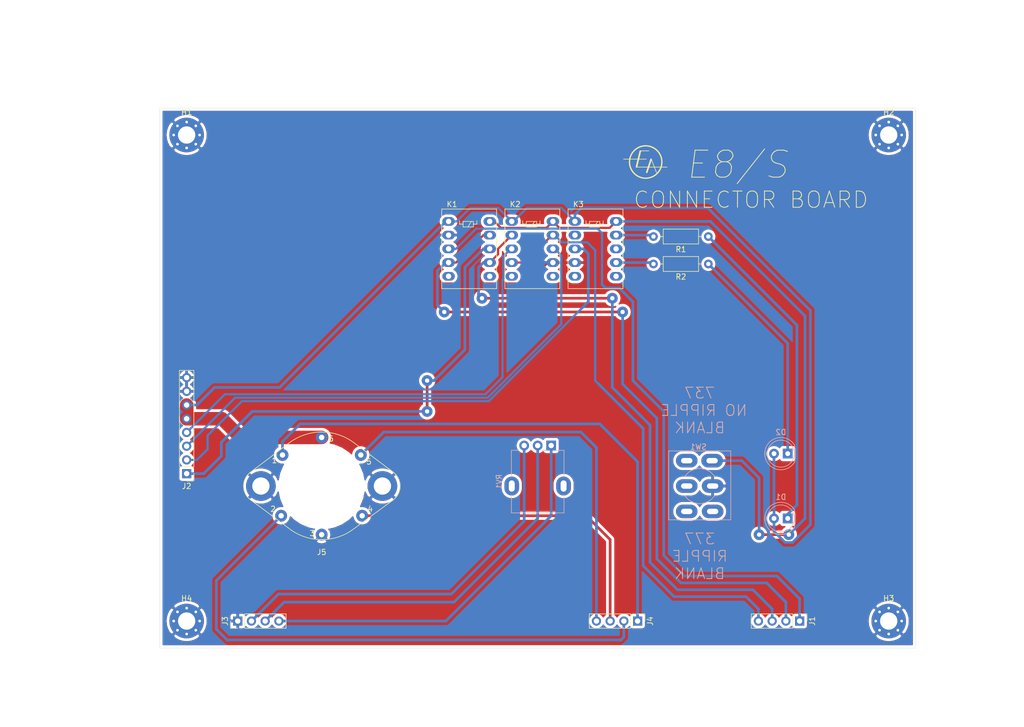
<source format=kicad_pcb>
(kicad_pcb (version 20211014) (generator pcbnew)
  (layers (0 "F.Cu" signal) (31 "B.Cu" signal) (34 "B.Paste" user) (35 "F.Paste" user) (36 "B.SilkS" user "B.Silkscreen") (37 "F.SilkS" user "F.Silkscreen") (38 "B.Mask" user) (39 "F.Mask" user) (44 "Edge.Cuts" user))
  (net 0 "")
  (net 1 "+5V")
  (net 2 "Net-(D1-Pad1)")
  (net 3 "Net-(D2-Pad1)")
  (net 4 "OH")
  (net 5 "OG")
  (net 6 "OF")
  (net 7 "A2B")
  (net 8 "GND")
  (net 9 "A1C")
  (net 10 "A2C")
  (net 11 "~{RBI}")
  (net 12 "A0C")
  (net 13 "Net-(J3-Pad3)")
  (net 14 "Net-(J3-Pad2)")
  (net 15 "~{FLAG_RESET}")
  (net 16 "~{FLAG}")
  (net 17 "~{DATA}")
  (net 18 "~{CLOCK}")
  (net 19 "Net-(K3-Pad9)")
  (net 20 "Net-(SW1-Pad1)")
  (net 21 "Net-(J3-Pad4)")
  (net 22 "Net-(K1-Pad10)")
  (net 23 "Net-(K3-Pad7)")
  (net 24 "Net-(K3-Pad2)")
  (footprint "Connector_PinHeader_2.54mm:PinHeader_1x04_P2.54mm_Vertical" (layer "F.Cu") (at 178.5 135 -90)
    (fp_text reference "J1" (at 0 -2.33 90) (layer "F.SilkS"))
    (fp_text value "Conn_01x04_Male")
    (fp_line (start 1.33 1.27) (end 1.33 8.95) (layer "F.SilkS") (width 0.12))
    (fp_line (start -1.33 1.27) (end 1.33 1.27) (layer "F.SilkS") (width 0.12))
    (fp_line (start -1.33 8.95) (end 1.33 8.95) (layer "F.SilkS") (width 0.12))
    (fp_line (start -1.33 0) (end -1.33 -1.33) (layer "F.SilkS") (width 0.12))
    (fp_line (start -1.33 -1.33) (end 0 -1.33) (layer "F.SilkS") (width 0.12))
    (fp_line (start -1.33 1.27) (end -1.33 8.95) (layer "F.SilkS") (width 0.12))
    (pad "1" thru_hole rect locked (at 0 0 270) (size 1.7 1.7) (drill 1) (layers *.Cu *.Mask) (net 7 "A2B"))
    (pad "2" thru_hole oval locked (at 0 2.54 270) (size 1.7 1.7) (drill 1) (layers *.Cu *.Mask) (net 6 "OF"))
    (pad "3" thru_hole oval locked (at 0 5.08 270) (size 1.7 1.7) (drill 1) (layers *.Cu *.Mask) (net 5 "OG"))
    (pad "4" thru_hole oval locked (at 0 7.62 270) (size 1.7 1.7) (drill 1) (layers *.Cu *.Mask) (net 4 "OH"))
  )
  (footprint "Connector_PinHeader_2.54mm:PinHeader_1x08_P2.54mm_Vertical" (layer "F.Cu") (at 65 107.7 180)
    (fp_text reference "J2" (at 0 -2.33) (layer "F.SilkS"))
    (fp_text value "Conn_01x08_Male")
    (fp_line (start -1.33 1.27) (end 1.33 1.27) (layer "F.SilkS") (width 0.12))
    (fp_line (start 1.33 1.27) (end 1.33 19.11) (layer "F.SilkS") (width 0.12))
    (fp_line (start -1.33 1.27) (end -1.33 19.11) (layer "F.SilkS") (width 0.12))
    (fp_line (start -1.33 -1.33) (end 0 -1.33) (layer "F.SilkS") (width 0.12))
    (fp_line (start -1.33 19.11) (end 1.33 19.11) (layer "F.SilkS") (width 0.12))
    (fp_line (start -1.33 0) (end -1.33 -1.33) (layer "F.SilkS") (width 0.12))
    (pad "1" thru_hole rect locked (at 0 0 180) (size 1.7 1.7) (drill 1) (layers *.Cu *.Mask) (net 12 "A0C"))
    (pad "2" thru_hole oval locked (at 0 2.54 180) (size 1.7 1.7) (drill 1) (layers *.Cu *.Mask) (net 11 "~{RBI}"))
    (pad "3" thru_hole oval locked (at 0 5.08 180) (size 1.7 1.7) (drill 1) (layers *.Cu *.Mask) (net 10 "A2C"))
    (pad "4" thru_hole oval locked (at 0 7.62 180) (size 1.7 1.7) (drill 1) (layers *.Cu *.Mask) (net 9 "A1C"))
    (pad "5" thru_hole oval locked (at 0 10.16 180) (size 1.7 1.7) (drill 1) (layers *.Cu *.Mask) (net 1 "+5V"))
    (pad "6" thru_hole oval locked (at 0 12.7 180) (size 1.7 1.7) (drill 1) (layers *.Cu *.Mask) (net 1 "+5V"))
    (pad "7" thru_hole oval locked (at 0 15.24 180) (size 1.7 1.7) (drill 1) (layers *.Cu *.Mask) (net 8 "GND"))
    (pad "8" thru_hole oval locked (at 0 17.78 180) (size 1.7 1.7) (drill 1) (layers *.Cu *.Mask) (net 8 "GND"))
  )
  (footprint "Connector_PinHeader_2.54mm:PinHeader_1x04_P2.54mm_Vertical" (layer "F.Cu") (at 74.46 135 90)
    (fp_text reference "J3" (at 0 -2.33 90) (layer "F.SilkS"))
    (fp_text value "Conn_01x04_Male")
    (fp_line (start -1.33 1.27) (end -1.33 8.95) (layer "F.SilkS") (width 0.12))
    (fp_line (start 1.33 1.27) (end 1.33 8.95) (layer "F.SilkS") (width 0.12))
    (fp_line (start -1.33 -1.33) (end 0 -1.33) (layer "F.SilkS") (width 0.12))
    (fp_line (start -1.33 8.95) (end 1.33 8.95) (layer "F.SilkS") (width 0.12))
    (fp_line (start -1.33 1.27) (end 1.33 1.27) (layer "F.SilkS") (width 0.12))
    (fp_line (start -1.33 0) (end -1.33 -1.33) (layer "F.SilkS") (width 0.12))
    (pad "1" thru_hole rect locked (at 0 0 90) (size 1.7 1.7) (drill 1) (layers *.Cu *.Mask) (net 8 "GND"))
    (pad "2" thru_hole oval locked (at 0 2.54 90) (size 1.7 1.7) (drill 1) (layers *.Cu *.Mask) (net 14 "Net-(J3-Pad2)"))
    (pad "3" thru_hole oval locked (at 0 5.08 90) (size 1.7 1.7) (drill 1) (layers *.Cu *.Mask) (net 13 "Net-(J3-Pad3)"))
    (pad "4" thru_hole oval locked (at 0 7.62 90) (size 1.7 1.7) (drill 1) (layers *.Cu *.Mask) (net 21 "Net-(J3-Pad4)"))
  )
  (footprint "Connector_PinHeader_2.54mm:PinHeader_1x04_P2.54mm_Vertical" (layer "F.Cu") (at 148.5 135 -90)
    (fp_text reference "J4" (at 0 -2.33 90) (layer "F.SilkS"))
    (fp_text value "Conn_01x04_Male")
    (fp_line (start -1.33 8.95) (end 1.33 8.95) (layer "F.SilkS") (width 0.12))
    (fp_line (start -1.33 1.27) (end -1.33 8.95) (layer "F.SilkS") (width 0.12))
    (fp_line (start -1.33 0) (end -1.33 -1.33) (layer "F.SilkS") (width 0.12))
    (fp_line (start -1.33 1.27) (end 1.33 1.27) (layer "F.SilkS") (width 0.12))
    (fp_line (start -1.33 -1.33) (end 0 -1.33) (layer "F.SilkS") (width 0.12))
    (fp_line (start 1.33 1.27) (end 1.33 8.95) (layer "F.SilkS") (width 0.12))
    (pad "1" thru_hole rect locked (at 0 0 270) (size 1.7 1.7) (drill 1) (layers *.Cu *.Mask) (net 18 "~{CLOCK}"))
    (pad "2" thru_hole oval locked (at 0 2.54 270) (size 1.7 1.7) (drill 1) (layers *.Cu *.Mask) (net 17 "~{DATA}"))
    (pad "3" thru_hole oval locked (at 0 5.08 270) (size 1.7 1.7) (drill 1) (layers *.Cu *.Mask) (net 16 "~{FLAG}"))
    (pad "4" thru_hole oval locked (at 0 7.62 270) (size 1.7 1.7) (drill 1) (layers *.Cu *.Mask) (net 15 "~{FLAG_RESET}"))
  )
  (footprint "Resistor_THT:R_Axial_DIN0207_L6.3mm_D2.5mm_P10.16mm_Horizontal" (layer "F.Cu") (at 161.6 63.8 180)
    (fp_text reference "R1" (at 5.08 -2.37) (layer "F.SilkS"))
    (fp_text value "R")
    (fp_line (start 1.81 -1.37) (end 1.81 1.37) (layer "F.SilkS") (width 0.12))
    (fp_line (start 9.12 0) (end 8.35 0) (layer "F.SilkS") (width 0.12))
    (fp_line (start 8.35 1.37) (end 8.35 -1.37) (layer "F.SilkS") (width 0.12))
    (fp_line (start 1.81 1.37) (end 8.35 1.37) (layer "F.SilkS") (width 0.12))
    (fp_line (start 1.04 0) (end 1.81 0) (layer "F.SilkS") (width 0.12))
    (fp_line (start 8.35 -1.37) (end 1.81 -1.37) (layer "F.SilkS") (width 0.12))
    (pad "1" thru_hole circle locked (at 0 0 180) (size 1.6 1.6) (drill 0.8) (layers *.Cu *.Mask) (net 2 "Net-(D1-Pad1)"))
    (pad "2" thru_hole oval locked (at 10.16 0 180) (size 1.6 1.6) (drill 0.8) (layers *.Cu *.Mask) (net 19 "Net-(K3-Pad9)"))
  )
  (footprint "Resistor_THT:R_Axial_DIN0207_L6.3mm_D2.5mm_P10.16mm_Horizontal" (layer "F.Cu") (at 161.6 68.88 180)
    (fp_text reference "R2" (at 5.08 -2.37) (layer "F.SilkS"))
    (fp_text value "R")
    (fp_line (start 8.35 1.37) (end 8.35 -1.37) (layer "F.SilkS") (width 0.12))
    (fp_line (start 1.04 0) (end 1.81 0) (layer "F.SilkS") (width 0.12))
    (fp_line (start 9.12 0) (end 8.35 0) (layer "F.SilkS") (width 0.12))
    (fp_line (start 1.81 -1.37) (end 1.81 1.37) (layer "F.SilkS") (width 0.12))
    (fp_line (start 1.81 1.37) (end 8.35 1.37) (layer "F.SilkS") (width 0.12))
    (fp_line (start 8.35 -1.37) (end 1.81 -1.37) (layer "F.SilkS") (width 0.12))
    (pad "1" thru_hole circle locked (at 0 0 180) (size 1.6 1.6) (drill 0.8) (layers *.Cu *.Mask) (net 3 "Net-(D2-Pad1)"))
    (pad "2" thru_hole oval locked (at 10.16 0 180) (size 1.6 1.6) (drill 0.8) (layers *.Cu *.Mask) (net 23 "Net-(K3-Pad7)"))
  )
  (footprint "Relay_THT:Relay_DPDT_FRT5" (layer "F.Cu") (at 113.5 61)
    (fp_text reference "K1" (at 0.635 -3.175) (layer "F.SilkS"))
    (fp_text value "FRT5")
    (fp_line (start 4.216 0) (end 3.581 1.016) (layer "F.SilkS") (width 0.12))
    (fp_line (start 2.032 -0.127) (end 2.032 0.508) (layer "F.SilkS") (width 0.12))
    (fp_line (start 8.89 -2.286) (end 8.89 12.446) (layer "F.SilkS") (width 0.12))
    (fp_line (start 8.89 12.446) (end -1.27 12.446) (layer "F.SilkS") (width 0.12))
    (fp_line (start 4.597 0) (end 4.597 1.016) (layer "F.SilkS") (width 0.12))
    (fp_line (start -1.27 -2.286) (end 8.89 -2.286) (layer "F.SilkS") (width 0.12))
    (fp_line (start 2.692 0) (end 2.692 1.016) (layer "F.SilkS") (width 0.12))
    (fp_line (start 5.232 0.508) (end 4.597 0.508) (layer "F.SilkS") (width 0.12))
    (fp_line (start 2.692 1.016) (end 4.597 1.016) (layer "F.SilkS") (width 0.12))
    (fp_line (start -1.27 12.446) (end -1.27 -2.286) (layer "F.SilkS") (width 0.12))
    (fp_line (start 2.032 0.508) (end 2.692 0.508) (layer "F.SilkS") (width 0.12))
    (fp_line (start 4.597 0) (end 2.692 0) (layer "F.SilkS") (width 0.12))
    (fp_line (start 5.232 -0.127) (end 5.232 0.508) (layer "F.SilkS") (width 0.12))
    (pad "1" thru_hole oval locked (at 0 0) (size 2.3 1.6) (drill 1) (layers *.Cu *.Mask) (net 1 "+5V"))
    (pad "2" thru_hole oval locked (at 0 2.54) (size 2.3 1.6) (drill 1) (layers *.Cu *.Mask) (net 8 "GND"))
    (pad "3" thru_hole oval locked (at 0 5.08) (size 2.3 1.6) (drill 1) (layers *.Cu *.Mask) (net 7 "A2B"))
    (pad "4" thru_hole oval locked (at 0 7.62) (size 2.3 1.6) (drill 1) (layers *.Cu *.Mask) (net 6 "OF"))
    (pad "5" thru_hole oval locked (at 0 10.16) (size 2.3 1.6) (drill 1) (layers *.Cu *.Mask))
    (pad "6" thru_hole oval locked (at 7.62 10.16) (size 2.3 1.6) (drill 1) (layers *.Cu *.Mask))
    (pad "7" thru_hole oval locked (at 7.62 7.62) (size 2.3 1.6) (drill 1) (layers *.Cu *.Mask) (net 5 "OG"))
    (pad "8" thru_hole oval locked (at 7.62 5.08) (size 2.3 1.6) (drill 1) (layers *.Cu *.Mask) (net 12 "A0C"))
    (pad "9" thru_hole oval locked (at 7.62 2.54) (size 2.3 1.6) (drill 1) (layers *.Cu *.Mask) (net 6 "OF"))
    (pad "10" thru_hole oval locked (at 7.62 0) (size 2.3 1.6) (drill 1) (layers *.Cu *.Mask) (net 22 "Net-(K1-Pad10)"))
  )
  (footprint "Relay_THT:Relay_DPDT_FRT5" (layer "F.Cu") (at 125.2 61)
    (fp_text reference "K2" (at 0.635 -3.175) (layer "F.SilkS"))
    (fp_text value "FRT5")
    (fp_line (start 2.032 -0.127) (end 2.032 0.508) (layer "F.SilkS") (width 0.12))
    (fp_line (start -1.27 -2.286) (end 8.89 -2.286) (layer "F.SilkS") (width 0.12))
    (fp_line (start 8.89 12.446) (end -1.27 12.446) (layer "F.SilkS") (width 0.12))
    (fp_line (start -1.27 12.446) (end -1.27 -2.286) (layer "F.SilkS") (width 0.12))
    (fp_line (start 5.232 -0.127) (end 5.232 0.508) (layer "F.SilkS") (width 0.12))
    (fp_line (start 4.597 0) (end 2.692 0) (layer "F.SilkS") (width 0.12))
    (fp_line (start 2.692 1.016) (end 4.597 1.016) (layer "F.SilkS") (width 0.12))
    (fp_line (start 4.597 0) (end 4.597 1.016) (layer "F.SilkS") (width 0.12))
    (fp_line (start 2.032 0.508) (end 2.692 0.508) (layer "F.SilkS") (width 0.12))
    (fp_line (start 4.216 0) (end 3.581 1.016) (layer "F.SilkS") (width 0.12))
    (fp_line (start 8.89 -2.286) (end 8.89 12.446) (layer "F.SilkS") (width 0.12))
    (fp_line (start 5.232 0.508) (end 4.597 0.508) (layer "F.SilkS") (width 0.12))
    (fp_line (start 2.692 0) (end 2.692 1.016) (layer "F.SilkS") (width 0.12))
    (pad "1" thru_hole oval locked (at 0 0) (size 2.3 1.6) (drill 1) (layers *.Cu *.Mask) (net 1 "+5V"))
    (pad "2" thru_hole oval locked (at 0 2.54) (size 2.3 1.6) (drill 1) (layers *.Cu *.Mask) (net 5 "OG"))
    (pad "3" thru_hole oval locked (at 0 5.08) (size 2.3 1.6) (drill 1) (layers *.Cu *.Mask) (net 9 "A1C"))
    (pad "4" thru_hole oval locked (at 0 7.62) (size 2.3 1.6) (drill 1) (layers *.Cu *.Mask) (net 4 "OH"))
    (pad "5" thru_hole oval locked (at 0 10.16) (size 2.3 1.6) (drill 1) (layers *.Cu *.Mask))
    (pad "6" thru_hole oval locked (at 7.62 10.16) (size 2.3 1.6) (drill 1) (layers *.Cu *.Mask))
    (pad "7" thru_hole oval locked (at 7.62 7.62) (size 2.3 1.6) (drill 1) (layers *.Cu *.Mask) (net 8 "GND"))
    (pad "8" thru_hole oval locked (at 7.62 5.08) (size 2.3 1.6) (drill 1) (layers *.Cu *.Mask) (net 10 "A2C"))
    (pad "9" thru_hole oval locked (at 7.62 2.54) (size 2.3 1.6) (drill 1) (layers *.Cu *.Mask) (net 4 "OH"))
    (pad "10" thru_hole oval locked (at 7.62 0) (size 2.3 1.6) (drill 1) (layers *.Cu *.Mask) (net 22 "Net-(K1-Pad10)"))
  )
  (footprint "Relay_THT:Relay_DPDT_FRT5" (layer "F.Cu") (at 136.9 61)
    (fp_text reference "K3" (at 0.635 -3.175) (layer "F.SilkS"))
    (fp_text value "FRT5")
    (fp_line (start -1.27 -2.286) (end 8.89 -2.286) (layer "F.SilkS") (width 0.12))
    (fp_line (start 5.232 -0.127) (end 5.232 0.508) (layer "F.SilkS") (width 0.12))
    (fp_line (start 5.232 0.508) (end 4.597 0.508) (layer "F.SilkS") (width 0.12))
    (fp_line (start 2.692 1.016) (end 4.597 1.016) (layer "F.SilkS") (width 0.12))
    (fp_line (start 8.89 -2.286) (end 8.89 12.446) (layer "F.SilkS") (width 0.12))
    (fp_line (start -1.27 12.446) (end -1.27 -2.286) (layer "F.SilkS") (width 0.12))
    (fp_line (start 4.597 0) (end 2.692 0) (layer "F.SilkS") (width 0.12))
    (fp_line (start 2.032 -0.127) (end 2.032 0.508) (layer "F.SilkS") (width 0.12))
    (fp_line (start 4.597 0) (end 4.597 1.016) (layer "F.SilkS") (width 0.12))
    (fp_line (start 8.89 12.446) (end -1.27 12.446) (layer "F.SilkS") (width 0.12))
    (fp_line (start 2.032 0.508) (end 2.692 0.508) (layer "F.SilkS") (width 0.12))
    (fp_line (start 4.216 0) (end 3.581 1.016) (layer "F.SilkS") (width 0.12))
    (fp_line (start 2.692 0) (end 2.692 1.016) (layer "F.SilkS") (width 0.12))
    (pad "1" thru_hole oval locked (at 0 0) (size 2.3 1.6) (drill 1) (layers *.Cu *.Mask) (net 1 "+5V"))
    (pad "2" thru_hole oval locked (at 0 2.54) (size 2.3 1.6) (drill 1) (layers *.Cu *.Mask) (net 24 "Net-(K3-Pad2)"))
    (pad "3" thru_hole oval locked (at 0 5.08) (size 2.3 1.6) (drill 1) (layers *.Cu *.Mask) (net 11 "~{RBI}"))
    (pad "4" thru_hole oval locked (at 0 7.62) (size 2.3 1.6) (drill 1) (layers *.Cu *.Mask) (net 8 "GND"))
    (pad "5" thru_hole oval locked (at 0 10.16) (size 2.3 1.6) (drill 1) (layers *.Cu *.Mask))
    (pad "6" thru_hole oval locked (at 7.62 10.16) (size 2.3 1.6) (drill 1) (layers *.Cu *.Mask))
    (pad "7" thru_hole oval locked (at 7.62 7.62) (size 2.3 1.6) (drill 1) (layers *.Cu *.Mask) (net 23 "Net-(K3-Pad7)"))
    (pad "8" thru_hole oval locked (at 7.62 5.08) (size 2.3 1.6) (drill 1) (layers *.Cu *.Mask) (net 22 "Net-(K1-Pad10)"))
    (pad "9" thru_hole oval locked (at 7.62 2.54) (size 2.3 1.6) (drill 1) (layers *.Cu *.Mask) (net 19 "Net-(K3-Pad9)"))
    (pad "10" thru_hole oval locked (at 7.62 0) (size 2.3 1.6) (drill 1) (layers *.Cu *.Mask) (net 22 "Net-(K1-Pad10)"))
  )
  (footprint "EDUC-8:6_PIN_DIN_SOCKET" (layer "F.Cu") (at 90 110 180)
    (fp_text reference "J5" (at 0 -12.25) (layer "F.SilkS"))
    (fp_text value "DIN-6_SH")
    (fp_text user "3" (at 1.75 -8.75) (layer "F.SilkS"))
    (fp_text user "4" (at -9 -4.25) (layer "F.SilkS"))
    (fp_text user "6" (at -1.75 8.75) (layer "F.SilkS"))
    (fp_text user "1" (at 8.75 4.75) (layer "F.SilkS"))
    (fp_text user "5" (at -8.75 4.5) (layer "F.SilkS"))
    (fp_text user "2" (at 9 -4.25) (layer "F.SilkS"))
    (fp_line (start -13.314103 2.522792) (end -6 8) (layer "F.SilkS") (width 0.12))
    (fp_line (start 12.968839 -2.701033) (end 5.5 -8.25) (layer "F.SilkS") (width 0.12))
    (fp_line (start 6 8) (end 13.25 2.5) (layer "F.SilkS") (width 0.12))
    (fp_line (start -13 -2.75) (end -5.560959 -8.209034) (layer "F.SilkS") (width 0.12))
    (fp_arc (start 12.968839 -2.701033) (mid 14.446892 -0.172819) (end 13.249999 2.499999) (layer "F.SilkS") (width 0.12))
    (fp_arc (start -13.314103 2.522792) (mid -14.503833 -0.193833) (end -13 -2.75) (layer "F.SilkS") (width 0.12))
    (fp_arc (start -5.560959 -8.209034) (mid -0.036723 -9.915198) (end 5.5 -8.25) (layer "F.SilkS") (width 0.12))
    (fp_arc (start 6 8) (mid 0 10) (end -6 8) (layer "F.SilkS") (width 0.12))
    (pad "" np_thru_hole circle locked (at 0 0 180) (size 15 15) (drill 15) (layers *.Cu *.Mask))
    (pad "0" thru_hole circle locked (at -11.25 0 180) (size 5.5 5.5) (drill 3.2) (layers *.Cu *.Mask) (net 8 "GND"))
    (pad "0" thru_hole circle locked (at 11.25 0 180) (size 5.5 5.5) (drill 3.2) (layers *.Cu *.Mask) (net 8 "GND"))
    (pad "1" thru_hole circle locked (at 7.25 5.75 180) (size 2.2 2.2) (drill 1) (layers *.Cu *.Mask) (net 18 "~{CLOCK}"))
    (pad "2" thru_hole circle locked (at 7.5 -5.5 180) (size 2.2 2.2) (drill 1) (layers *.Cu *.Mask) (net 17 "~{DATA}"))
    (pad "3" thru_hole circle locked (at 0 -9 180) (size 2.2 2.2) (drill 1) (layers *.Cu *.Mask) (net 8 "GND"))
    (pad "4" thru_hole circle locked (at -7.5 -5.5 180) (size 2.2 2.2) (drill 1) (layers *.Cu *.Mask) (net 16 "~{FLAG}"))
    (pad "5" thru_hole circle locked (at -7.25 5.75 180) (size 2.2 2.2) (drill 1) (layers *.Cu *.Mask) (net 15 "~{FLAG_RESET}"))
    (pad "6" thru_hole circle locked (at 0 9 180) (size 2.2 2.2) (drill 1) (layers *.Cu *.Mask) (net 1 "+5V"))
  )
  (footprint "MountingHole:MountingHole_3.2mm_M3_Pad_Via" (layer "F.Cu") (at 65 45)
    (fp_text reference "H1" (at 0 -4.2) (layer "F.SilkS"))
    (fp_text value "MountingHole_Pad")
    (pad "1" thru_hole circle locked (at -2.4 0) (size 0.8 0.8) (drill 0.5) (layers *.Cu *.Mask) (net 8 "GND"))
    (pad "1" thru_hole circle locked (at 0 0) (size 6.4 6.4) (drill 3.2) (layers *.Cu *.Mask) (net 8 "GND"))
    (pad "1" thru_hole circle locked (at -1.697056 1.697056) (size 0.8 0.8) (drill 0.5) (layers *.Cu *.Mask) (net 8 "GND"))
    (pad "1" thru_hole circle locked (at 0 2.4) (size 0.8 0.8) (drill 0.5) (layers *.Cu *.Mask) (net 8 "GND"))
    (pad "1" thru_hole circle locked (at -1.697056 -1.697056) (size 0.8 0.8) (drill 0.5) (layers *.Cu *.Mask) (net 8 "GND"))
    (pad "1" thru_hole circle locked (at 1.697056 -1.697056) (size 0.8 0.8) (drill 0.5) (layers *.Cu *.Mask) (net 8 "GND"))
    (pad "1" thru_hole circle locked (at 0 -2.4) (size 0.8 0.8) (drill 0.5) (layers *.Cu *.Mask) (net 8 "GND"))
    (pad "1" thru_hole circle locked (at 1.697056 1.697056) (size 0.8 0.8) (drill 0.5) (layers *.Cu *.Mask) (net 8 "GND"))
    (pad "1" thru_hole circle locked (at 2.4 0) (size 0.8 0.8) (drill 0.5) (layers *.Cu *.Mask) (net 8 "GND"))
  )
  (footprint "MountingHole:MountingHole_3.2mm_M3_Pad_Via" (layer "F.Cu") (at 195 45)
    (fp_text reference "H2" (at 0 -4.2) (layer "F.SilkS"))
    (fp_text value "MountingHole_Pad")
    (pad "1" thru_hole circle locked (at 2.4 0) (size 0.8 0.8) (drill 0.5) (layers *.Cu *.Mask) (net 8 "GND"))
    (pad "1" thru_hole circle locked (at 0 0) (size 6.4 6.4) (drill 3.2) (layers *.Cu *.Mask) (net 8 "GND"))
    (pad "1" thru_hole circle locked (at 0 -2.4) (size 0.8 0.8) (drill 0.5) (layers *.Cu *.Mask) (net 8 "GND"))
    (pad "1" thru_hole circle locked (at -2.4 0) (size 0.8 0.8) (drill 0.5) (layers *.Cu *.Mask) (net 8 "GND"))
    (pad "1" thru_hole circle locked (at -1.697056 -1.697056) (size 0.8 0.8) (drill 0.5) (layers *.Cu *.Mask) (net 8 "GND"))
    (pad "1" thru_hole circle locked (at -1.697056 1.697056) (size 0.8 0.8) (drill 0.5) (layers *.Cu *.Mask) (net 8 "GND"))
    (pad "1" thru_hole circle locked (at 1.697056 1.697056) (size 0.8 0.8) (drill 0.5) (layers *.Cu *.Mask) (net 8 "GND"))
    (pad "1" thru_hole circle locked (at 0 2.4) (size 0.8 0.8) (drill 0.5) (layers *.Cu *.Mask) (net 8 "GND"))
    (pad "1" thru_hole circle locked (at 1.697056 -1.697056) (size 0.8 0.8) (drill 0.5) (layers *.Cu *.Mask) (net 8 "GND"))
  )
  (footprint "MountingHole:MountingHole_3.2mm_M3_Pad_Via" (layer "F.Cu") (at 195 135)
    (fp_text reference "H3" (at 0 -4.2) (layer "F.SilkS"))
    (fp_text value "MountingHole_Pad")
    (pad "1" thru_hole circle locked (at 1.697056 -1.697056) (size 0.8 0.8) (drill 0.5) (layers *.Cu *.Mask) (net 8 "GND"))
    (pad "1" thru_hole circle locked (at -1.697056 1.697056) (size 0.8 0.8) (drill 0.5) (layers *.Cu *.Mask) (net 8 "GND"))
    (pad "1" thru_hole circle locked (at -2.4 0) (size 0.8 0.8) (drill 0.5) (layers *.Cu *.Mask) (net 8 "GND"))
    (pad "1" thru_hole circle locked (at 0 2.4) (size 0.8 0.8) (drill 0.5) (layers *.Cu *.Mask) (net 8 "GND"))
    (pad "1" thru_hole circle locked (at 2.4 0) (size 0.8 0.8) (drill 0.5) (layers *.Cu *.Mask) (net 8 "GND"))
    (pad "1" thru_hole circle locked (at -1.697056 -1.697056) (size 0.8 0.8) (drill 0.5) (layers *.Cu *.Mask) (net 8 "GND"))
    (pad "1" thru_hole circle locked (at 0 0) (size 6.4 6.4) (drill 3.2) (layers *.Cu *.Mask) (net 8 "GND"))
    (pad "1" thru_hole circle locked (at 1.697056 1.697056) (size 0.8 0.8) (drill 0.5) (layers *.Cu *.Mask) (net 8 "GND"))
    (pad "1" thru_hole circle locked (at 0 -2.4) (size 0.8 0.8) (drill 0.5) (layers *.Cu *.Mask) (net 8 "GND"))
  )
  (footprint "MountingHole:MountingHole_3.2mm_M3_Pad_Via" (layer "F.Cu") (at 65 135)
    (fp_text reference "H4" (at 0 -4.2) (layer "F.SilkS"))
    (fp_text value "MountingHole_Pad")
    (pad "1" thru_hole circle locked (at 1.697056 -1.697056) (size 0.8 0.8) (drill 0.5) (layers *.Cu *.Mask) (net 8 "GND"))
    (pad "1" thru_hole circle locked (at 0 -2.4) (size 0.8 0.8) (drill 0.5) (layers *.Cu *.Mask) (net 8 "GND"))
    (pad "1" thru_hole circle locked (at -2.4 0) (size 0.8 0.8) (drill 0.5) (layers *.Cu *.Mask) (net 8 "GND"))
    (pad "1" thru_hole circle locked (at -1.697056 1.697056) (size 0.8 0.8) (drill 0.5) (layers *.Cu *.Mask) (net 8 "GND"))
    (pad "1" thru_hole circle locked (at 0 2.4) (size 0.8 0.8) (drill 0.5) (layers *.Cu *.Mask) (net 8 "GND"))
    (pad "1" thru_hole circle locked (at 1.697056 1.697056) (size 0.8 0.8) (drill 0.5) (layers *.Cu *.Mask) (net 8 "GND"))
    (pad "1" thru_hole circle locked (at -1.697056 -1.697056) (size 0.8 0.8) (drill 0.5) (layers *.Cu *.Mask) (net 8 "GND"))
    (pad "1" thru_hole circle locked (at 0 0) (size 6.4 6.4) (drill 3.2) (layers *.Cu *.Mask) (net 8 "GND"))
    (pad "1" thru_hole circle locked (at 2.4 0) (size 0.8 0.8) (drill 0.5) (layers *.Cu *.Mask) (net 8 "GND"))
  )
  (footprint "EDUC-8:EA_Symbol" (layer "F.Cu") (at 150 50)
    (fp_text reference "REF**" hide)
    (fp_text value "EA_Symbol" hide)
    (fp_line (start 1.04 -0.51) (end 2 1.96) (layer "F.SilkS") (width 0.12))
    (fp_line (start -1.04 -2.07) (end 0.57 -2.07) (layer "F.SilkS") (width 0.12))
    (fp_line (start 1 -0.5) (end 0.2 1.9) (layer "F.SilkS") (width 0.3))
    (fp_line (start -4.09 -0.53) (end 0.11 -0.53) (layer "F.SilkS") (width 0.12))
    (fp_line (start -1.75 0.95) (end 3.95 0.95) (layer "F.SilkS") (width 0.12))
    (fp_line (start -1 -2) (end -1.7 0.9) (layer "F.SilkS") (width 0.3))
    (fp_circle (center 0 0) (end 3 0) (layer "F.SilkS") (width 0.24) (fill none))
  )
  (footprint "LED_THT:LED_D5.0mm" (layer "B.Cu") (at 176.3 104 180)
    (fp_text reference "D2" (at 1.27 3.96) (layer "B.SilkS") (effects (justify mirror)))
    (fp_text value "737")
    (fp_line (start -1.29 1.545) (end -1.29 -1.545) (layer "B.SilkS") (width 0.12))
    (fp_arc (start 4.26 -0.000462) (mid 2.072002 2.880433) (end -1.29 1.54483) (layer "B.SilkS") (width 0.12))
    (fp_arc (start -1.29 -1.54483) (mid 2.072002 -2.880433) (end 4.26 0.000462) (layer "B.SilkS") (width 0.12))
    (fp_circle (center 1.27 0) (end 3.77 0) (layer "B.SilkS") (width 0.12) (fill none))
    (pad "1" thru_hole rect locked (at 0 0 180) (size 1.8 1.8) (drill 0.9) (layers *.Cu *.Mask) (net 3 "Net-(D2-Pad1)"))
    (pad "2" thru_hole circle locked (at 2.54 0 180) (size 1.8 1.8) (drill 0.9) (layers *.Cu *.Mask) (net 1 "+5V"))
  )
  (footprint "dBSound_library:DPDT_toggle_switch_wired" (layer "B.Cu") (at 160 110 180)
    (fp_text reference "SW1" (at 0.25 7.25) (layer "B.SilkS") (effects (justify mirror)))
    (fp_text value "SW_DPDT_x2")
    (fp_line (start 0 -6.25) (end 5.75 -6.25) (layer "B.SilkS") (width 0.12))
    (fp_line (start -5.75 -6.25) (end 0 -6.25) (layer "B.SilkS") (width 0.12))
    (fp_line (start 5.75 6.5) (end -5.75 6.5) (layer "B.SilkS") (width 0.12))
    (fp_line (start -5.75 6.5) (end -5.75 5.25) (layer "B.SilkS") (width 0.12))
    (fp_line (start -5.75 5.25) (end -5.75 -6.25) (layer "B.SilkS") (width 0.12))
    (fp_line (start 5.75 -6.25) (end 5.75 6.5) (layer "B.SilkS") (width 0.12))
    (fp_arc (start -2.749999 -1.749999) (mid -0.034671 -3.259415) (end 2.712151 -1.808101) (layer "B.SilkS") (width 0.12))
    (fp_arc (start 2.749999 1.749999) (mid 0.034671 3.259415) (end -2.712151 1.808101) (layer "B.SilkS") (width 0.12))
    (pad "1" thru_hole oval locked (at -2.4 -4.7 180) (size 4 2.5) (drill oval 2.1 1) (layers *.Cu *.Mask) (net 20 "Net-(SW1-Pad1)"))
    (pad "2" thru_hole oval locked (at -2.4 0 180) (size 4 2.5) (drill oval 2.1 1) (layers *.Cu *.Mask) (net 8 "GND"))
    (pad "3" thru_hole oval locked (at -2.3 4.7 180) (size 4 2.5) (drill oval 2.1 1) (layers *.Cu *.Mask) (net 22 "Net-(K1-Pad10)"))
    (pad "4" thru_hole oval locked (at 2.4 -4.7 180) (size 4 2.5) (drill oval 2.1 1) (layers *.Cu *.Mask))
    (pad "5" thru_hole oval locked (at 2.4 0 180) (size 4 2.5) (drill oval 2.1 1) (layers *.Cu *.Mask))
    (pad "6" thru_hole oval locked (at 2.4 4.7 180) (size 4 2.5) (drill oval 2.1 1) (layers *.Cu *.Mask))
  )
  (footprint "dBSound_library:Potentiometer_Alpha_RD901F-40-00D_Single_Vertical" (layer "B.Cu") (at 127.5 102.5 -90)
    (fp_text reference "RV1" (at 6.71 4.64 90) (layer "B.SilkS") (effects (justify mirror)))
    (fp_text value "R_POT")
    (fp_line (start 0.88 1.19) (end 0.88 2.37) (layer "B.SilkS") (width 0.12))
    (fp_line (start 0.88 -7.37) (end 5.6 -7.37) (layer "B.SilkS") (width 0.12))
    (fp_line (start 9.41 -7.37) (end 12.47 -7.37) (layer "B.SilkS") (width 0.12))
    (fp_line (start 9.41 2.37) (end 12.47 2.37) (layer "B.SilkS") (width 0.12))
    (fp_line (start 0.88 -1.71) (end 0.88 -1.18) (layer "B.SilkS") (width 0.12))
    (fp_line (start 0.88 -4.16) (end 0.88 -3.33) (layer "B.SilkS") (width 0.12))
    (fp_line (start 12.47 -7.37) (end 12.47 2.37) (layer "B.SilkS") (width 0.12))
    (fp_line (start 0.88 -7.37) (end 0.88 -5.88) (layer "B.SilkS") (width 0.12))
    (fp_line (start 0.88 2.38) (end 5.6 2.38) (layer "B.SilkS") (width 0.12))
    (pad "0" thru_hole oval locked (at 7.5 2.3 180) (size 2.72 3.5) (drill oval 1.1 2.1) (layers *.Cu *.Mask))
    (pad "0" thru_hole oval locked (at 7.5 -7.3 180) (size 2.72 3.5) (drill oval 1.1 2.1) (layers *.Cu *.Mask))
    (pad "1" thru_hole rect locked (at 0 -5 180) (size 1.8 1.8) (drill 1) (layers *.Cu *.Mask) (net 21 "Net-(J3-Pad4)") (clearance 0.3))
    (pad "2" thru_hole circle locked (at 0 -2.5 180) (size 1.8 1.8) (drill 1) (layers *.Cu *.Mask) (net 13 "Net-(J3-Pad3)"))
    (pad "3" thru_hole circle locked (at 0 0 180) (size 1.8 1.8) (drill 1) (layers *.Cu *.Mask) (net 14 "Net-(J3-Pad2)"))
  )
  (footprint "LED_THT:LED_D5.0mm" (layer "B.Cu") (at 176.3 116 180)
    (fp_text reference "D1" (at 1.27 3.96) (layer "B.SilkS") (effects (justify mirror)))
    (fp_text value "377")
    (fp_line (start -1.29 1.545) (end -1.29 -1.545) (layer "B.SilkS") (width 0.12))
    (fp_arc (start 4.26 -0.000462) (mid 2.072002 2.880433) (end -1.29 1.54483) (layer "B.SilkS") (width 0.12))
    (fp_arc (start -1.29 -1.54483) (mid 2.072002 -2.880433) (end 4.26 0.000462) (layer "B.SilkS") (width 0.12))
    (fp_circle (center 1.27 0) (end 3.77 0) (layer "B.SilkS") (width 0.12) (fill none))
    (pad "1" thru_hole rect locked (at 0 0 180) (size 1.8 1.8) (drill 0.9) (layers *.Cu *.Mask) (net 2 "Net-(D1-Pad1)"))
    (pad "2" thru_hole circle locked (at 2.54 0 180) (size 1.8 1.8) (drill 0.9) (layers *.Cu *.Mask) (net 1 "+5V"))
  )
  (gr_line (start 60 40) (end 60 140) (layer "Edge.Cuts") (width 0.05))
  (gr_line (start 200 140) (end 60 140) (layer "Edge.Cuts") (width 0.05))
  (gr_line (start 60 40) (end 200 40) (layer "Edge.Cuts") (width 0.05))
  (gr_line (start 200 40) (end 200 140) (layer "Edge.Cuts") (width 0.05))
  (gr_text "737\nNO RIPPLE \nBLANK" (at 160 96) (layer "B.SilkS") (effects (font (size 2 2)) (justify mirror)))
  (gr_text "377\nRIPPLE\nBLANK" (at 160 123) (layer "B.SilkS") (effects (font (size 2 2)) (justify mirror)))
  (gr_text "E8/S\n" (at 167 50.5) (layer "F.SilkS") (effects (font (size 5 5) (thickness 0.15) italic)))
  (gr_text "CONNECTOR BOARD" (at 169.5 57) (layer "F.SilkS") (effects (font (size 3 3))))
  (segment (start 75 101) (end 71.54 97.54) (width 2.5) (layer "F.Cu") (net 1))
  (segment (start 90 101) (end 75 101) (width 2.5) (layer "F.Cu") (net 1))
  (segment (start 65 95) (end 65 97.54) (width 2.5) (layer "F.Cu") (net 1))
  (segment (start 71.54 97.54) (end 65 97.54) (width 2.5) (layer "F.Cu") (net 1))
  (segment (start 112.965 61) (end 82.225 91.74) (width 0.5) (layer "B.Cu") (net 1))
  (segment (start 180.5 117.146004) (end 177.196002 120.450002) (width 0.5) (layer "B.Cu") (net 1))
  (segment (start 136.9 61) (end 136.9 59.7) (width 0.5) (layer "B.Cu") (net 1))
  (segment (start 125.5 61) (end 128 58.5) (width 0.4) (layer "B.Cu") (net 1))
  (segment (start 128 58.5) (end 134.4 58.5) (width 0.4) (layer "B.Cu") (net 1))
  (segment (start 117.5 58.5) (end 122.7 58.5) (width 0.4) (layer "B.Cu") (net 1))
  (segment (start 113.5 61) (end 115 61) (width 0.4) (layer "B.Cu") (net 1))
  (segment (start 70.16 91.74) (end 66.9 95) (width 0.5) (layer "B.Cu") (net 1))
  (segment (start 136.9 59.7) (end 138.1 58.5) (width 0.5) (layer "B.Cu") (net 1))
  (segment (start 113.5 61) (end 112.965 61) (width 0.5) (layer "B.Cu") (net 1))
  (segment (start 177.196002 120.450002) (end 175.803998 120.450002) (width 0.5) (layer "B.Cu") (net 1))
  (segment (start 125.2 61) (end 125.5 61) (width 0.4) (layer "B.Cu") (net 1))
  (segment (start 134.4 58.5) (end 136.9 61) (width 0.4) (layer "B.Cu") (net 1))
  (segment (start 66.9 95) (end 65 95) (width 0.5) (layer "B.Cu") (net 1))
  (segment (start 122.7 58.5) (end 125.2 61) (width 0.4) (layer "B.Cu") (net 1))
  (segment (start 115 61) (end 117.5 58.5) (width 0.4) (layer "B.Cu") (net 1))
  (segment (start 82.225 91.74) (end 70.16 91.74) (width 0.5) (layer "B.Cu") (net 1))
  (segment (start 173.76 118.406004) (end 173.76 116) (width 0.5) (layer "B.Cu") (net 1))
  (segment (start 173.76 104) (end 173.76 116) (width 0.5) (layer "B.Cu") (net 1))
  (segment (start 161.5 58.5) (end 180.5 77.5) (width 0.5) (layer "B.Cu") (net 1))
  (segment (start 175.803998 120.450002) (end 173.76 118.406004) (width 0.5) (layer "B.Cu") (net 1))
  (segment (start 138.1 58.5) (end 161.5 58.5) (width 0.5) (layer "B.Cu") (net 1))
  (segment (start 180.5 77.5) (end 180.5 117.146004) (width 0.5) (layer "B.Cu") (net 1))
  (segment (start 176.3 116) (end 176.3 115.2) (width 0.5) (layer "B.Cu") (net 2))
  (segment (start 178 113.5) (end 178 80.2) (width 0.5) (layer "B.Cu") (net 2))
  (segment (start 178 80.2) (end 161.6 63.8) (width 0.5) (layer "B.Cu") (net 2))
  (segment (start 176.3 115.2) (end 178 113.5) (width 0.5) (layer "B.Cu") (net 2))
  (segment (start 176.3 83.58) (end 161.6 68.88) (width 0.5) (layer "B.Cu") (net 3))
  (segment (start 176.3 104) (end 176.3 83.58) (width 0.5) (layer "B.Cu") (net 3))
  (segment (start 132.65 63.54) (end 132.82 63.54) (width 0.4) (layer "F.Cu") (net 4))
  (segment (start 127.57 68.62) (end 132.65 63.54) (width 0.4) (layer "F.Cu") (net 4))
  (segment (start 125.2 68.62) (end 127.57 68.62) (width 0.4) (layer "F.Cu") (net 4))
  (segment (start 133.14502 63.54) (end 134.48501 64.87999) (width 0.4) (layer "B.Cu") (net 4))
  (segment (start 149.535 124.76) (end 149.535 99.36) (width 0.5) (layer "B.Cu") (net 4))
  (segment (start 140.645 90.47) (end 141.28 91.105) (width 0.4) (layer "B.Cu") (net 4))
  (segment (start 132.82 63.54) (end 133.14502 63.54) (width 0.4) (layer "B.Cu") (net 4))
  (segment (start 168.585 130.475) (end 155.25 130.475) (width 0.5) (layer "B.Cu") (net 4))
  (segment (start 134.48501 64.87999) (end 138.93001 64.87999) (width 0.4) (layer "B.Cu") (net 4))
  (segment (start 140.645 66.34) (end 140.645 90.47) (width 0.4) (layer "B.Cu") (net 4))
  (segment (start 170.88 132.77) (end 168.585 130.475) (width 0.5) (layer "B.Cu") (net 4))
  (segment (start 138.93001 64.87999) (end 139.18499 64.87999) (width 0.4) (layer "B.Cu") (net 4))
  (segment (start 149.535 99.36) (end 141.28 91.105) (width 0.5) (layer "B.Cu") (net 4))
  (segment (start 155.25 130.475) (end 149.535 124.76) (width 0.5) (layer "B.Cu") (net 4))
  (segment (start 170.88 135) (end 170.88 132.77) (width 0.5) (layer "B.Cu") (net 4))
  (segment (start 139.18499 64.87999) (end 140.645 66.34) (width 0.4) (layer "B.Cu") (net 4))
  (segment (start 143.82 75.23) (end 119.69 75.23) (width 0.5) (layer "F.Cu") (net 5))
  (segment (start 122.67001 66.06999) (end 122.67001 67.06999) (width 0.4) (layer "F.Cu") (net 5))
  (segment (start 122.67001 67.06999) (end 121.12 68.62) (width 0.4) (layer "F.Cu") (net 5))
  (segment (start 125.2 63.54) (end 122.67001 66.06999) (width 0.4) (layer "F.Cu") (net 5))
  (via (at 143.82 75.23) (size 2) (drill 0.8) (layers "F.Cu" "B.Cu") (net 5))
  (via (at 119.69 75.23) (size 2) (drill 0.8) (layers "F.Cu" "B.Cu") (net 5))
  (segment (start 119.69 75.23) (end 119.055 74.595) (width 0.5) (layer "B.Cu") (net 5))
  (segment (start 150.805 98.725) (end 150.805 124.125) (width 0.5) (layer "B.Cu") (net 5))
  (segment (start 155.885 129.205) (end 169.855 129.205) (width 0.5) (layer "B.Cu") (net 5))
  (segment (start 143.82 75.23) (end 143.82 91.74) (width 0.5) (layer "B.Cu") (net 5))
  (segment (start 143.82 91.74) (end 150.805 98.725) (width 0.5) (layer "B.Cu") (net 5))
  (segment (start 121.12 68.62) (end 119.95 68.62) (width 0.5) (layer "B.Cu") (net 5))
  (segment (start 173.42 132.77) (end 173.42 135) (width 0.5) (layer "B.Cu") (net 5))
  (segment (start 119.055 74.595) (end 119.055 69.515) (width 0.5) (layer "B.Cu") (net 5))
  (segment (start 169.855 129.205) (end 173.42 132.77) (width 0.5) (layer "B.Cu") (net 5))
  (segment (start 119.95 68.62) (end 119.055 69.515) (width 0.5) (layer "B.Cu") (net 5))
  (segment (start 150.805 124.125) (end 155.885 129.205) (width 0.5) (layer "B.Cu") (net 5))
  (segment (start 114.87 68.62) (end 113.5 68.62) (width 0.4) (layer "F.Cu") (net 6))
  (segment (start 121.12 63.54) (end 119.95 63.54) (width 0.4) (layer "F.Cu") (net 6))
  (segment (start 119.95 63.54) (end 114.87 68.62) (width 0.4) (layer "F.Cu") (net 6))
  (segment (start 145.725 77.77) (end 112.705 77.77) (width 0.5) (layer "F.Cu") (net 6))
  (via (at 112.705 77.77) (size 2) (drill 0.8) (layers "F.Cu" "B.Cu") (net 6))
  (via (at 145.725 77.77) (size 2) (drill 0.8) (layers "F.Cu" "B.Cu") (net 6))
  (segment (start 152.075 97.455) (end 145.725 91.105) (width 0.5) (layer "B.Cu") (net 6))
  (segment (start 152.075 123.49) (end 152.075 97.455) (width 0.5) (layer "B.Cu") (net 6))
  (segment (start 112.705 77.77) (end 111.435 76.5) (width 0.5) (layer "B.Cu") (net 6))
  (segment (start 112.965 68.62) (end 111.435 70.15) (width 0.5) (layer "B.Cu") (net 6))
  (segment (start 172.395 127.935) (end 156.52 127.935) (width 0.5) (layer "B.Cu") (net 6))
  (segment (start 111.435 76.5) (end 111.435 70.15) (width 0.5) (layer "B.Cu") (net 6))
  (segment (start 175.96 131.5) (end 172.395 127.935) (width 0.5) (layer "B.Cu") (net 6))
  (segment (start 175.96 135) (end 175.96 131.5) (width 0.5) (layer "B.Cu") (net 6))
  (segment (start 113.5 68.62) (end 112.965 68.62) (width 0.5) (layer "B.Cu") (net 6))
  (segment (start 156.52 127.935) (end 152.075 123.49) (width 0.5) (layer "B.Cu") (net 6))
  (segment (start 145.725 91.105) (end 145.725 77.77) (width 0.5) (layer "B.Cu") (net 6))
  (segment (start 141.08999 62.33999) (end 141.915 63.165) (width 0.4) (layer "B.Cu") (net 7))
  (segment (start 174.3 126.665) (end 157.155 126.665) (width 0.5) (layer "B.Cu") (net 7))
  (segment (start 114.87 66.08) (end 118.61001 62.33999) (width 0.4) (layer "B.Cu") (net 7))
  (segment (start 178.5 135) (end 178.5 130.865) (width 0.5) (layer "B.Cu") (net 7))
  (segment (start 147.63 75.865) (end 145.09 73.325) (width 0.5) (layer "B.Cu") (net 7))
  (segment (start 157.155 126.665) (end 153.345 122.855) (width 0.5) (layer "B.Cu") (net 7))
  (segment (start 153.345 96.185) (end 147.63 90.47) (width 0.5) (layer "B.Cu") (net 7))
  (segment (start 118.61001 62.33999) (end 141.08999 62.33999) (width 0.4) (layer "B.Cu") (net 7))
  (segment (start 153.345 122.855) (end 153.345 96.185) (width 0.5) (layer "B.Cu") (net 7))
  (segment (start 145.09 73.325) (end 142.55 73.325) (width 0.5) (layer "B.Cu") (net 7))
  (segment (start 178.5 130.865) (end 174.3 126.665) (width 0.5) (layer "B.Cu") (net 7))
  (segment (start 141.915 63.165) (end 141.915 72.69) (width 0.4) (layer "B.Cu") (net 7))
  (segment (start 147.63 90.47) (end 147.63 75.865) (width 0.5) (layer "B.Cu") (net 7))
  (segment (start 113.5 66.08) (end 114.87 66.08) (width 0.4) (layer "B.Cu") (net 7))
  (segment (start 142.55 73.325) (end 141.915 72.69) (width 0.5) (layer "B.Cu") (net 7))
  (segment (start 109 66) (end 111.46 63.54) (width 0.4) (layer "F.Cu") (net 8))
  (segment (start 110.5 72.5) (end 109 71) (width 0.4) (layer "F.Cu") (net 8))
  (segment (start 128 72.5) (end 110.5 72.5) (width 0.4) (layer "F.Cu") (net 8))
  (segment (start 109 71) (end 109 66) (width 0.4) (layer "F.Cu") (net 8))
  (segment (start 132.82 68.62) (end 131.88 68.62) (width 0.4) (layer "F.Cu") (net 8))
  (segment (start 111.46 63.54) (end 113.5 63.54) (width 0.4) (layer "F.Cu") (net 8))
  (segment (start 136.9 68.62) (end 132.82 68.62) (width 0.4) (layer "F.Cu") (net 8))
  (segment (start 131.88 68.62) (end 128 72.5) (width 0.4) (layer "F.Cu") (net 8))
  (segment (start 65 92.46) (end 65 89.92) (width 0.5) (layer "B.Cu") (net 8))
  (segment (start 125.2 66.08) (end 125.03 66.08) (width 0.4) (layer "B.Cu") (net 9))
  (segment (start 123.5 89.835) (end 120.325 93.01) (width 0.4) (layer "B.Cu") (net 9))
  (segment (start 123.64999 71.65706) (end 123.5 71.80705) (width 0.4) (layer "B.Cu") (net 9))
  (segment (start 123.5 71.80705) (end 123.5 89.835) (width 0.4) (layer "B.Cu") (net 9))
  (segment (start 72.07 93.01) (end 65 100.08) (width 0.4) (layer "B.Cu") (net 9))
  (segment (start 120.325 93.01) (end 72.07 93.01) (width 0.4) (layer "B.Cu") (net 9))
  (segment (start 125.03 66.08) (end 123.64999 67.46001) (width 0.4) (layer "B.Cu") (net 9))
  (segment (start 123.64999 67.46001) (end 123.64999 71.65706) (width 0.4) (layer "B.Cu") (net 9))
  (segment (start 134.37 80.021458) (end 120.746458 93.645) (width 0.4) (layer "B.Cu") (net 10))
  (segment (start 65.849999 101.770001) (end 65 102.62) (width 0.4) (layer "B.Cu") (net 10))
  (segment (start 132.82 66.08) (end 131.92 66.08) (width 0.4) (layer "B.Cu") (net 10))
  (segment (start 134.37 67.28) (end 134.37 80.021458) (width 0.4) (layer "B.Cu") (net 10))
  (segment (start 73.975 93.645) (end 65.849999 101.770001) (width 0.4) (layer "B.Cu") (net 10))
  (segment (start 132.82 66.08) (end 133.17 66.08) (width 0.4) (layer "B.Cu") (net 10))
  (segment (start 120.746458 93.645) (end 73.975 93.645) (width 0.4) (layer "B.Cu") (net 10))
  (segment (start 131.92 66.08) (end 131.84 66) (width 0.4) (layer "B.Cu") (net 10))
  (segment (start 133.17 66.08) (end 134.37 67.28) (width 0.4) (layer "B.Cu") (net 10))
  (segment (start 68.89 100.63) (end 68.89 103.17) (width 0.4) (layer "B.Cu") (net 11))
  (segment (start 138.105 77.135) (end 120.96 94.28) (width 0.4) (layer "B.Cu") (net 11))
  (segment (start 120.96 94.28) (end 75.24 94.28) (width 0.4) (layer "B.Cu") (net 11))
  (segment (start 139.375 75.865) (end 138.105 77.135) (width 0.5) (layer "B.Cu") (net 11))
  (segment (start 139.375 66.975) (end 139.375 75.865) (width 0.5) (layer "B.Cu") (net 11))
  (segment (start 68.89 103.17) (end 66.9 105.16) (width 0.4) (layer "B.Cu") (net 11))
  (segment (start 136.9 66.08) (end 138.48 66.08) (width 0.5) (layer "B.Cu") (net 11))
  (segment (start 75.24 94.28) (end 68.89 100.63) (width 0.4) (layer "B.Cu") (net 11))
  (segment (start 138.48 66.08) (end 139.375 66.975) (width 0.5) (layer "B.Cu") (net 11))
  (segment (start 66.9 105.16) (end 65 105.16) (width 0.4) (layer "B.Cu") (net 11))
  (segment (start 109.53 90.47) (end 109.53 96.185) (width 0.5) (layer "F.Cu") (net 12))
  (via (at 109.53 90.47) (size 2) (drill 0.8) (layers "F.Cu" "B.Cu") (net 12))
  (via (at 109.53 96.185) (size 2) (drill 0.8) (layers "F.Cu" "B.Cu") (net 12))
  (segment (start 110.8 90.47) (end 109.53 90.47) (width 0.5) (layer "B.Cu") (net 12))
  (segment (start 71.43 101.9) (end 71.43 104.44) (width 0.5) (layer "B.Cu") (net 12))
  (segment (start 116.515 84.755) (end 110.8 90.47) (width 0.5) (layer "B.Cu") (net 12))
  (segment (start 68.17 107.7) (end 65 107.7) (width 0.5) (layer "B.Cu") (net 12))
  (segment (start 71.43 104.44) (end 68.17 107.7) (width 0.5) (layer "B.Cu") (net 12))
  (segment (start 119.95 66.08) (end 116.515 69.515) (width 0.5) (layer "B.Cu") (net 12))
  (segment (start 77.145 96.185) (end 71.43 101.9) (width 0.5) (layer "B.Cu") (net 12))
  (segment (start 121.12 66.08) (end 119.95 66.08) (width 0.5) (layer "B.Cu") (net 12))
  (segment (start 116.515 69.515) (end 116.515 84.755) (width 0.5) (layer "B.Cu") (net 12))
  (segment (start 109.53 96.185) (end 77.145 96.185) (width 0.5) (layer "B.Cu") (net 12))
  (segment (start 83.04 131.5) (end 79.54 135) (width 0.5) (layer "B.Cu") (net 13))
  (segment (start 130 102.5) (end 130 116) (width 0.5) (layer "B.Cu") (net 13))
  (segment (start 114.5 131.5) (end 83.04 131.5) (width 0.5) (layer "B.Cu") (net 13))
  (segment (start 130 116) (end 114.5 131.5) (width 0.5) (layer "B.Cu") (net 13))
  (segment (start 127.5 102.5) (end 127.5 116.5) (width 0.5) (layer "B.Cu") (net 14))
  (segment (start 127.5 116.5) (end 114 130) (width 0.5) (layer "B.Cu") (net 14))
  (segment (start 114 130) (end 82 130) (width 0.5) (layer "B.Cu") (net 14))
  (segment (start 77 135) (end 82 130) (width 0.5) (layer "B.Cu") (net 14))
  (segment (start 101.5 100) (end 97.25 104.25) (width 0.5) (layer "B.Cu") (net 15))
  (segment (start 140.88 135) (end 140.88 102.88) (width 0.5) (layer "B.Cu") (net 15))
  (segment (start 140.88 102.88) (end 138 100) (width 0.5) (layer "B.Cu") (net 15))
  (segment (start 138 100) (end 101.5 100) (width 0.5) (layer "B.Cu") (net 15))
  (segment (start 139 115.5) (end 143.42 119.92) (width 0.5) (layer "F.Cu") (net 16))
  (segment (start 97.5 115.5) (end 139 115.5) (width 0.5) (layer "F.Cu") (net 16))
  (segment (start 143.42 119.92) (end 143.42 135) (width 0.5) (layer "F.Cu") (net 16))
  (segment (start 145.96 137.96) (end 145.42 138.5) (width 0.5) (layer "B.Cu") (net 17))
  (segment (start 70.5 127.5) (end 82.5 115.5) (width 0.5) (layer "B.Cu") (net 17))
  (segment (start 145.42 138.5) (end 72.5 138.5) (width 0.5) (layer "B.Cu") (net 17))
  (segment (start 70.5 136.5) (end 70.5 127.5) (width 0.5) (layer "B.Cu") (net 17))
  (segment (start 145.96 135) (end 145.96 137.96) (width 0.5) (layer "B.Cu") (net 17))
  (segment (start 72.5 138.5) (end 70.5 136.5) (width 0.5) (layer "B.Cu") (net 17))
  (segment (start 141.5 98.5) (end 86 98.5) (width 0.5) (layer "B.Cu") (net 18))
  (segment (start 86 98.5) (end 82.75 101.75) (width 0.5) (layer "B.Cu") (net 18))
  (segment (start 148.5 135) (end 148.5 105.5) (width 0.5) (layer "B.Cu") (net 18))
  (segment (start 82.75 101.75) (end 82.75 104.25) (width 0.5) (layer "B.Cu") (net 18))
  (segment (start 148.5 105.5) (end 141.5 98.5) (width 0.5) (layer "B.Cu") (net 18))
  (segment (start 144.52 63.54) (end 151.18 63.54) (width 0.5) (layer "B.Cu") (net 19))
  (segment (start 151.18 63.54) (end 151.44 63.8) (width 0.5) (layer "B.Cu") (net 19))
  (segment (start 113 135) (end 82.08 135) (width 0.5) (layer "B.Cu") (net 21))
  (segment (start 132.5 102.5) (end 132.5 115.5) (width 0.5) (layer "B.Cu") (net 21))
  (segment (start 132.5 115.5) (end 113 135) (width 0.5) (layer "B.Cu") (net 21))
  (segment (start 143.31999 62.20001) (end 144.52 61) (width 0.4) (layer "F.Cu") (net 22))
  (segment (start 121.12 61) (end 121.97 61) (width 0.4) (layer "F.Cu") (net 22))
  (segment (start 123.17001 62.20001) (end 131.61999 62.20001) (width 0.4) (layer "F.Cu") (net 22))
  (segment (start 176.5 119) (end 171 119) (width 0.5) (layer "F.Cu") (net 22))
  (segment (start 121.97 61) (end 123.17001 62.20001) (width 0.4) (layer "F.Cu") (net 22))
  (segment (start 134.02001 62.20001) (end 143.31999 62.20001) (width 0.4) (layer "F.Cu") (net 22))
  (segment (start 131.61999 62.20001) (end 132.82 61) (width 0.4) (layer "F.Cu") (net 22))
  (segment (start 132.82 61) (end 134.02001 62.20001) (width 0.4) (layer "F.Cu") (net 22))
  (via (at 171 119) (size 2) (drill 0.8) (layers "F.Cu" "B.Cu") (net 22))
  (via (at 176.5 119) (size 2) (drill 0.8) (layers "F.Cu" "B.Cu") (net 22))
  (segment (start 144.52 61) (end 162 61) (width 0.5) (layer "B.Cu") (net 22))
  (segment (start 171 108.5) (end 167.8 105.3) (width 0.5) (layer "B.Cu") (net 22))
  (segment (start 167.8 105.3) (end 162.3 105.3) (width 0.5) (layer "B.Cu") (net 22))
  (segment (start 171 119) (end 171 108.5) (width 0.5) (layer "B.Cu") (net 22))
  (segment (start 162 61) (end 179.5 78.5) (width 0.5) (layer "B.Cu") (net 22))
  (segment (start 179.5 116) (end 177.5 118) (width 0.5) (layer "B.Cu") (net 22))
  (segment (start 179.5 78.5) (end 179.5 116) (width 0.5) (layer "B.Cu") (net 22))
  (segment (start 177.5 118) (end 176.5 119) (width 0.5) (layer "B.Cu") (net 22))
  (segment (start 151.18 68.62) (end 151.44 68.88) (width 0.5) (layer "B.Cu") (net 23))
  (segment (start 144.52 68.62) (end 151.18 68.62) (width 0.5) (layer "B.Cu") (net 23))
  (zone (net 8) (net_name "GND") (layer "F.Cu") (connect_pads (clearance 0.508)) (min_thickness 0.254) (fill yes (thermal_gap 0.508) (thermal_bridge_width 0.508))
    (polygon (pts (xy 200 140) (xy 60 140) (xy 60 40) (xy 200 40)))
  )
  (zone (net 8) (net_name "GND") (layer "B.Cu") (connect_pads (clearance 0.508)) (min_thickness 0.254) (fill yes (thermal_gap 0.508) (thermal_bridge_width 0.508))
    (polygon (pts (xy 200 140) (xy 60 140) (xy 60 40) (xy 200 40)))
  )
)
</source>
